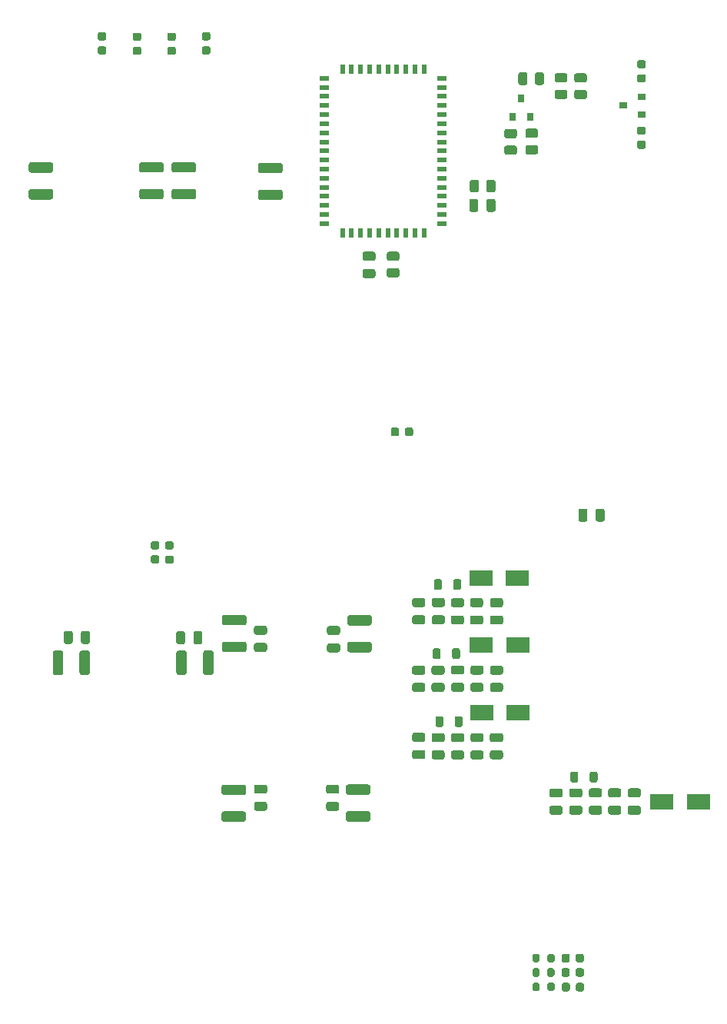
<source format=gbr>
G04 #@! TF.GenerationSoftware,KiCad,Pcbnew,5.1.9*
G04 #@! TF.CreationDate,2021-07-08T11:39:50+08:00*
G04 #@! TF.ProjectId,digital-amplifier2,64696769-7461-46c2-9d61-6d706c696669,rev?*
G04 #@! TF.SameCoordinates,Original*
G04 #@! TF.FileFunction,Paste,Bot*
G04 #@! TF.FilePolarity,Positive*
%FSLAX46Y46*%
G04 Gerber Fmt 4.6, Leading zero omitted, Abs format (unit mm)*
G04 Created by KiCad (PCBNEW 5.1.9) date 2021-07-08 11:39:50*
%MOMM*%
%LPD*%
G01*
G04 APERTURE LIST*
%ADD10R,0.900000X0.800000*%
%ADD11R,2.500000X1.800000*%
%ADD12R,1.000000X0.500000*%
%ADD13R,0.500000X1.000000*%
%ADD14R,0.800000X0.900000*%
G04 APERTURE END LIST*
D10*
X171994320Y-118536720D03*
X173994320Y-119486720D03*
X173994320Y-117586720D03*
G36*
G01*
X173709520Y-115082200D02*
X174209520Y-115082200D01*
G75*
G02*
X174434520Y-115307200I0J-225000D01*
G01*
X174434520Y-115757200D01*
G75*
G02*
X174209520Y-115982200I-225000J0D01*
G01*
X173709520Y-115982200D01*
G75*
G02*
X173484520Y-115757200I0J225000D01*
G01*
X173484520Y-115307200D01*
G75*
G02*
X173709520Y-115082200I225000J0D01*
G01*
G37*
G36*
G01*
X173709520Y-113532200D02*
X174209520Y-113532200D01*
G75*
G02*
X174434520Y-113757200I0J-225000D01*
G01*
X174434520Y-114207200D01*
G75*
G02*
X174209520Y-114432200I-225000J0D01*
G01*
X173709520Y-114432200D01*
G75*
G02*
X173484520Y-114207200I0J225000D01*
G01*
X173484520Y-113757200D01*
G75*
G02*
X173709520Y-113532200I225000J0D01*
G01*
G37*
G36*
G01*
X174209520Y-121747400D02*
X173709520Y-121747400D01*
G75*
G02*
X173484520Y-121522400I0J225000D01*
G01*
X173484520Y-121072400D01*
G75*
G02*
X173709520Y-120847400I225000J0D01*
G01*
X174209520Y-120847400D01*
G75*
G02*
X174434520Y-121072400I0J-225000D01*
G01*
X174434520Y-121522400D01*
G75*
G02*
X174209520Y-121747400I-225000J0D01*
G01*
G37*
G36*
G01*
X174209520Y-123297400D02*
X173709520Y-123297400D01*
G75*
G02*
X173484520Y-123072400I0J225000D01*
G01*
X173484520Y-122622400D01*
G75*
G02*
X173709520Y-122397400I225000J0D01*
G01*
X174209520Y-122397400D01*
G75*
G02*
X174434520Y-122622400I0J-225000D01*
G01*
X174434520Y-123072400D01*
G75*
G02*
X174209520Y-123297400I-225000J0D01*
G01*
G37*
D11*
X160318200Y-170586400D03*
X156318200Y-170586400D03*
G36*
G01*
X151851200Y-178521110D02*
X151851200Y-179283610D01*
G75*
G02*
X151632450Y-179502360I-218750J0D01*
G01*
X151194950Y-179502360D01*
G75*
G02*
X150976200Y-179283610I0J218750D01*
G01*
X150976200Y-178521110D01*
G75*
G02*
X151194950Y-178302360I218750J0D01*
G01*
X151632450Y-178302360D01*
G75*
G02*
X151851200Y-178521110I0J-218750D01*
G01*
G37*
G36*
G01*
X153976200Y-178521110D02*
X153976200Y-179283610D01*
G75*
G02*
X153757450Y-179502360I-218750J0D01*
G01*
X153319950Y-179502360D01*
G75*
G02*
X153101200Y-179283610I0J218750D01*
G01*
X153101200Y-178521110D01*
G75*
G02*
X153319950Y-178302360I218750J0D01*
G01*
X153757450Y-178302360D01*
G75*
G02*
X153976200Y-178521110I0J-218750D01*
G01*
G37*
G36*
G01*
X152145840Y-185993790D02*
X152145840Y-186756290D01*
G75*
G02*
X151927090Y-186975040I-218750J0D01*
G01*
X151489590Y-186975040D01*
G75*
G02*
X151270840Y-186756290I0J218750D01*
G01*
X151270840Y-185993790D01*
G75*
G02*
X151489590Y-185775040I218750J0D01*
G01*
X151927090Y-185775040D01*
G75*
G02*
X152145840Y-185993790I0J-218750D01*
G01*
G37*
G36*
G01*
X154270840Y-185993790D02*
X154270840Y-186756290D01*
G75*
G02*
X154052090Y-186975040I-218750J0D01*
G01*
X153614590Y-186975040D01*
G75*
G02*
X153395840Y-186756290I0J218750D01*
G01*
X153395840Y-185993790D01*
G75*
G02*
X153614590Y-185775040I218750J0D01*
G01*
X154052090Y-185775040D01*
G75*
G02*
X154270840Y-185993790I0J-218750D01*
G01*
G37*
X156328360Y-177947320D03*
X160328360Y-177947320D03*
X160389320Y-185420000D03*
X156389320Y-185420000D03*
G36*
G01*
X148943040Y-182120960D02*
X149893040Y-182120960D01*
G75*
G02*
X150143040Y-182370960I0J-250000D01*
G01*
X150143040Y-182870960D01*
G75*
G02*
X149893040Y-183120960I-250000J0D01*
G01*
X148943040Y-183120960D01*
G75*
G02*
X148693040Y-182870960I0J250000D01*
G01*
X148693040Y-182370960D01*
G75*
G02*
X148943040Y-182120960I250000J0D01*
G01*
G37*
G36*
G01*
X148943040Y-180220960D02*
X149893040Y-180220960D01*
G75*
G02*
X150143040Y-180470960I0J-250000D01*
G01*
X150143040Y-180970960D01*
G75*
G02*
X149893040Y-181220960I-250000J0D01*
G01*
X148943040Y-181220960D01*
G75*
G02*
X148693040Y-180970960I0J250000D01*
G01*
X148693040Y-180470960D01*
G75*
G02*
X148943040Y-180220960I250000J0D01*
G01*
G37*
G36*
G01*
X151089975Y-189544760D02*
X152039975Y-189544760D01*
G75*
G02*
X152289975Y-189794760I0J-250000D01*
G01*
X152289975Y-190294760D01*
G75*
G02*
X152039975Y-190544760I-250000J0D01*
G01*
X151089975Y-190544760D01*
G75*
G02*
X150839975Y-190294760I0J250000D01*
G01*
X150839975Y-189794760D01*
G75*
G02*
X151089975Y-189544760I250000J0D01*
G01*
G37*
G36*
G01*
X151089975Y-187644760D02*
X152039975Y-187644760D01*
G75*
G02*
X152289975Y-187894760I0J-250000D01*
G01*
X152289975Y-188394760D01*
G75*
G02*
X152039975Y-188644760I-250000J0D01*
G01*
X151089975Y-188644760D01*
G75*
G02*
X150839975Y-188394760I0J250000D01*
G01*
X150839975Y-187894760D01*
G75*
G02*
X151089975Y-187644760I250000J0D01*
G01*
G37*
G36*
G01*
X151080760Y-182109360D02*
X152030760Y-182109360D01*
G75*
G02*
X152280760Y-182359360I0J-250000D01*
G01*
X152280760Y-182859360D01*
G75*
G02*
X152030760Y-183109360I-250000J0D01*
G01*
X151080760Y-183109360D01*
G75*
G02*
X150830760Y-182859360I0J250000D01*
G01*
X150830760Y-182359360D01*
G75*
G02*
X151080760Y-182109360I250000J0D01*
G01*
G37*
G36*
G01*
X151080760Y-180209360D02*
X152030760Y-180209360D01*
G75*
G02*
X152280760Y-180459360I0J-250000D01*
G01*
X152280760Y-180959360D01*
G75*
G02*
X152030760Y-181209360I-250000J0D01*
G01*
X151080760Y-181209360D01*
G75*
G02*
X150830760Y-180959360I0J250000D01*
G01*
X150830760Y-180459360D01*
G75*
G02*
X151080760Y-180209360I250000J0D01*
G01*
G37*
G36*
G01*
X148948120Y-189507280D02*
X149898120Y-189507280D01*
G75*
G02*
X150148120Y-189757280I0J-250000D01*
G01*
X150148120Y-190257280D01*
G75*
G02*
X149898120Y-190507280I-250000J0D01*
G01*
X148948120Y-190507280D01*
G75*
G02*
X148698120Y-190257280I0J250000D01*
G01*
X148698120Y-189757280D01*
G75*
G02*
X148948120Y-189507280I250000J0D01*
G01*
G37*
G36*
G01*
X148948120Y-187607280D02*
X149898120Y-187607280D01*
G75*
G02*
X150148120Y-187857280I0J-250000D01*
G01*
X150148120Y-188357280D01*
G75*
G02*
X149898120Y-188607280I-250000J0D01*
G01*
X148948120Y-188607280D01*
G75*
G02*
X148698120Y-188357280I0J250000D01*
G01*
X148698120Y-187857280D01*
G75*
G02*
X148948120Y-187607280I250000J0D01*
G01*
G37*
G36*
G01*
X153240720Y-182095560D02*
X154190720Y-182095560D01*
G75*
G02*
X154440720Y-182345560I0J-250000D01*
G01*
X154440720Y-182845560D01*
G75*
G02*
X154190720Y-183095560I-250000J0D01*
G01*
X153240720Y-183095560D01*
G75*
G02*
X152990720Y-182845560I0J250000D01*
G01*
X152990720Y-182345560D01*
G75*
G02*
X153240720Y-182095560I250000J0D01*
G01*
G37*
G36*
G01*
X153240720Y-180195560D02*
X154190720Y-180195560D01*
G75*
G02*
X154440720Y-180445560I0J-250000D01*
G01*
X154440720Y-180945560D01*
G75*
G02*
X154190720Y-181195560I-250000J0D01*
G01*
X153240720Y-181195560D01*
G75*
G02*
X152990720Y-180945560I0J250000D01*
G01*
X152990720Y-180445560D01*
G75*
G02*
X153240720Y-180195560I250000J0D01*
G01*
G37*
G36*
G01*
X153231830Y-189542840D02*
X154181830Y-189542840D01*
G75*
G02*
X154431830Y-189792840I0J-250000D01*
G01*
X154431830Y-190292840D01*
G75*
G02*
X154181830Y-190542840I-250000J0D01*
G01*
X153231830Y-190542840D01*
G75*
G02*
X152981830Y-190292840I0J250000D01*
G01*
X152981830Y-189792840D01*
G75*
G02*
X153231830Y-189542840I250000J0D01*
G01*
G37*
G36*
G01*
X153231830Y-187642840D02*
X154181830Y-187642840D01*
G75*
G02*
X154431830Y-187892840I0J-250000D01*
G01*
X154431830Y-188392840D01*
G75*
G02*
X154181830Y-188642840I-250000J0D01*
G01*
X153231830Y-188642840D01*
G75*
G02*
X152981830Y-188392840I0J250000D01*
G01*
X152981830Y-187892840D01*
G75*
G02*
X153231830Y-187642840I250000J0D01*
G01*
G37*
G36*
G01*
X157520620Y-182108260D02*
X158470620Y-182108260D01*
G75*
G02*
X158720620Y-182358260I0J-250000D01*
G01*
X158720620Y-182858260D01*
G75*
G02*
X158470620Y-183108260I-250000J0D01*
G01*
X157520620Y-183108260D01*
G75*
G02*
X157270620Y-182858260I0J250000D01*
G01*
X157270620Y-182358260D01*
G75*
G02*
X157520620Y-182108260I250000J0D01*
G01*
G37*
G36*
G01*
X157520620Y-180208260D02*
X158470620Y-180208260D01*
G75*
G02*
X158720620Y-180458260I0J-250000D01*
G01*
X158720620Y-180958260D01*
G75*
G02*
X158470620Y-181208260I-250000J0D01*
G01*
X157520620Y-181208260D01*
G75*
G02*
X157270620Y-180958260I0J250000D01*
G01*
X157270620Y-180458260D01*
G75*
G02*
X157520620Y-180208260I250000J0D01*
G01*
G37*
G36*
G01*
X157515540Y-189542840D02*
X158465540Y-189542840D01*
G75*
G02*
X158715540Y-189792840I0J-250000D01*
G01*
X158715540Y-190292840D01*
G75*
G02*
X158465540Y-190542840I-250000J0D01*
G01*
X157515540Y-190542840D01*
G75*
G02*
X157265540Y-190292840I0J250000D01*
G01*
X157265540Y-189792840D01*
G75*
G02*
X157515540Y-189542840I250000J0D01*
G01*
G37*
G36*
G01*
X157515540Y-187642840D02*
X158465540Y-187642840D01*
G75*
G02*
X158715540Y-187892840I0J-250000D01*
G01*
X158715540Y-188392840D01*
G75*
G02*
X158465540Y-188642840I-250000J0D01*
G01*
X157515540Y-188642840D01*
G75*
G02*
X157265540Y-188392840I0J250000D01*
G01*
X157265540Y-187892840D01*
G75*
G02*
X157515540Y-187642840I250000J0D01*
G01*
G37*
G36*
G01*
X155361620Y-182108260D02*
X156311620Y-182108260D01*
G75*
G02*
X156561620Y-182358260I0J-250000D01*
G01*
X156561620Y-182858260D01*
G75*
G02*
X156311620Y-183108260I-250000J0D01*
G01*
X155361620Y-183108260D01*
G75*
G02*
X155111620Y-182858260I0J250000D01*
G01*
X155111620Y-182358260D01*
G75*
G02*
X155361620Y-182108260I250000J0D01*
G01*
G37*
G36*
G01*
X155361620Y-180208260D02*
X156311620Y-180208260D01*
G75*
G02*
X156561620Y-180458260I0J-250000D01*
G01*
X156561620Y-180958260D01*
G75*
G02*
X156311620Y-181208260I-250000J0D01*
G01*
X155361620Y-181208260D01*
G75*
G02*
X155111620Y-180958260I0J250000D01*
G01*
X155111620Y-180458260D01*
G75*
G02*
X155361620Y-180208260I250000J0D01*
G01*
G37*
G36*
G01*
X155373685Y-189542840D02*
X156323685Y-189542840D01*
G75*
G02*
X156573685Y-189792840I0J-250000D01*
G01*
X156573685Y-190292840D01*
G75*
G02*
X156323685Y-190542840I-250000J0D01*
G01*
X155373685Y-190542840D01*
G75*
G02*
X155123685Y-190292840I0J250000D01*
G01*
X155123685Y-189792840D01*
G75*
G02*
X155373685Y-189542840I250000J0D01*
G01*
G37*
G36*
G01*
X155373685Y-187642840D02*
X156323685Y-187642840D01*
G75*
G02*
X156573685Y-187892840I0J-250000D01*
G01*
X156573685Y-188392840D01*
G75*
G02*
X156323685Y-188642840I-250000J0D01*
G01*
X155373685Y-188642840D01*
G75*
G02*
X155123685Y-188392840I0J250000D01*
G01*
X155123685Y-187892840D01*
G75*
G02*
X155373685Y-187642840I250000J0D01*
G01*
G37*
G36*
G01*
X110255480Y-178798039D02*
X110255480Y-180998041D01*
G75*
G02*
X110005481Y-181248040I-249999J0D01*
G01*
X109355479Y-181248040D01*
G75*
G02*
X109105480Y-180998041I0J249999D01*
G01*
X109105480Y-178798039D01*
G75*
G02*
X109355479Y-178548040I249999J0D01*
G01*
X110005481Y-178548040D01*
G75*
G02*
X110255480Y-178798039I0J-249999D01*
G01*
G37*
G36*
G01*
X113205480Y-178798039D02*
X113205480Y-180998041D01*
G75*
G02*
X112955481Y-181248040I-249999J0D01*
G01*
X112305479Y-181248040D01*
G75*
G02*
X112055480Y-180998041I0J249999D01*
G01*
X112055480Y-178798039D01*
G75*
G02*
X112305479Y-178548040I249999J0D01*
G01*
X112955481Y-178548040D01*
G75*
G02*
X113205480Y-178798039I0J-249999D01*
G01*
G37*
G36*
G01*
X125674960Y-180998041D02*
X125674960Y-178798039D01*
G75*
G02*
X125924959Y-178548040I249999J0D01*
G01*
X126574961Y-178548040D01*
G75*
G02*
X126824960Y-178798039I0J-249999D01*
G01*
X126824960Y-180998041D01*
G75*
G02*
X126574961Y-181248040I-249999J0D01*
G01*
X125924959Y-181248040D01*
G75*
G02*
X125674960Y-180998041I0J249999D01*
G01*
G37*
G36*
G01*
X122724960Y-180998041D02*
X122724960Y-178798039D01*
G75*
G02*
X122974959Y-178548040I249999J0D01*
G01*
X123624961Y-178548040D01*
G75*
G02*
X123874960Y-178798039I0J-249999D01*
G01*
X123874960Y-180998041D01*
G75*
G02*
X123624961Y-181248040I-249999J0D01*
G01*
X122974959Y-181248040D01*
G75*
G02*
X122724960Y-180998041I0J249999D01*
G01*
G37*
G36*
G01*
X166720400Y-212682900D02*
X166720400Y-212182900D01*
G75*
G02*
X166945400Y-211957900I225000J0D01*
G01*
X167395400Y-211957900D01*
G75*
G02*
X167620400Y-212182900I0J-225000D01*
G01*
X167620400Y-212682900D01*
G75*
G02*
X167395400Y-212907900I-225000J0D01*
G01*
X166945400Y-212907900D01*
G75*
G02*
X166720400Y-212682900I0J225000D01*
G01*
G37*
G36*
G01*
X165170400Y-212682900D02*
X165170400Y-212182900D01*
G75*
G02*
X165395400Y-211957900I225000J0D01*
G01*
X165845400Y-211957900D01*
G75*
G02*
X166070400Y-212182900I0J-225000D01*
G01*
X166070400Y-212682900D01*
G75*
G02*
X165845400Y-212907900I-225000J0D01*
G01*
X165395400Y-212907900D01*
G75*
G02*
X165170400Y-212682900I0J225000D01*
G01*
G37*
G36*
G01*
X166733100Y-215870600D02*
X166733100Y-215370600D01*
G75*
G02*
X166958100Y-215145600I225000J0D01*
G01*
X167408100Y-215145600D01*
G75*
G02*
X167633100Y-215370600I0J-225000D01*
G01*
X167633100Y-215870600D01*
G75*
G02*
X167408100Y-216095600I-225000J0D01*
G01*
X166958100Y-216095600D01*
G75*
G02*
X166733100Y-215870600I0J225000D01*
G01*
G37*
G36*
G01*
X165183100Y-215870600D02*
X165183100Y-215370600D01*
G75*
G02*
X165408100Y-215145600I225000J0D01*
G01*
X165858100Y-215145600D01*
G75*
G02*
X166083100Y-215370600I0J-225000D01*
G01*
X166083100Y-215870600D01*
G75*
G02*
X165858100Y-216095600I-225000J0D01*
G01*
X165408100Y-216095600D01*
G75*
G02*
X165183100Y-215870600I0J225000D01*
G01*
G37*
G36*
G01*
X166720400Y-214257700D02*
X166720400Y-213757700D01*
G75*
G02*
X166945400Y-213532700I225000J0D01*
G01*
X167395400Y-213532700D01*
G75*
G02*
X167620400Y-213757700I0J-225000D01*
G01*
X167620400Y-214257700D01*
G75*
G02*
X167395400Y-214482700I-225000J0D01*
G01*
X166945400Y-214482700D01*
G75*
G02*
X166720400Y-214257700I0J225000D01*
G01*
G37*
G36*
G01*
X165170400Y-214257700D02*
X165170400Y-213757700D01*
G75*
G02*
X165395400Y-213532700I225000J0D01*
G01*
X165845400Y-213532700D01*
G75*
G02*
X166070400Y-213757700I0J-225000D01*
G01*
X166070400Y-214257700D01*
G75*
G02*
X165845400Y-214482700I-225000J0D01*
G01*
X165395400Y-214482700D01*
G75*
G02*
X165170400Y-214257700I0J225000D01*
G01*
G37*
G36*
G01*
X163594600Y-212695200D02*
X163594600Y-212145200D01*
G75*
G02*
X163794600Y-211945200I200000J0D01*
G01*
X164194600Y-211945200D01*
G75*
G02*
X164394600Y-212145200I0J-200000D01*
G01*
X164394600Y-212695200D01*
G75*
G02*
X164194600Y-212895200I-200000J0D01*
G01*
X163794600Y-212895200D01*
G75*
G02*
X163594600Y-212695200I0J200000D01*
G01*
G37*
G36*
G01*
X161944600Y-212695200D02*
X161944600Y-212145200D01*
G75*
G02*
X162144600Y-211945200I200000J0D01*
G01*
X162544600Y-211945200D01*
G75*
G02*
X162744600Y-212145200I0J-200000D01*
G01*
X162744600Y-212695200D01*
G75*
G02*
X162544600Y-212895200I-200000J0D01*
G01*
X162144600Y-212895200D01*
G75*
G02*
X161944600Y-212695200I0J200000D01*
G01*
G37*
G36*
G01*
X163607300Y-215882900D02*
X163607300Y-215332900D01*
G75*
G02*
X163807300Y-215132900I200000J0D01*
G01*
X164207300Y-215132900D01*
G75*
G02*
X164407300Y-215332900I0J-200000D01*
G01*
X164407300Y-215882900D01*
G75*
G02*
X164207300Y-216082900I-200000J0D01*
G01*
X163807300Y-216082900D01*
G75*
G02*
X163607300Y-215882900I0J200000D01*
G01*
G37*
G36*
G01*
X161957300Y-215882900D02*
X161957300Y-215332900D01*
G75*
G02*
X162157300Y-215132900I200000J0D01*
G01*
X162557300Y-215132900D01*
G75*
G02*
X162757300Y-215332900I0J-200000D01*
G01*
X162757300Y-215882900D01*
G75*
G02*
X162557300Y-216082900I-200000J0D01*
G01*
X162157300Y-216082900D01*
G75*
G02*
X161957300Y-215882900I0J200000D01*
G01*
G37*
G36*
G01*
X163594600Y-214282700D02*
X163594600Y-213732700D01*
G75*
G02*
X163794600Y-213532700I200000J0D01*
G01*
X164194600Y-213532700D01*
G75*
G02*
X164394600Y-213732700I0J-200000D01*
G01*
X164394600Y-214282700D01*
G75*
G02*
X164194600Y-214482700I-200000J0D01*
G01*
X163794600Y-214482700D01*
G75*
G02*
X163594600Y-214282700I0J200000D01*
G01*
G37*
G36*
G01*
X161944600Y-214282700D02*
X161944600Y-213732700D01*
G75*
G02*
X162144600Y-213532700I200000J0D01*
G01*
X162544600Y-213532700D01*
G75*
G02*
X162744600Y-213732700I0J-200000D01*
G01*
X162744600Y-214282700D01*
G75*
G02*
X162544600Y-214482700I-200000J0D01*
G01*
X162144600Y-214482700D01*
G75*
G02*
X161944600Y-214282700I0J200000D01*
G01*
G37*
G36*
G01*
X168015500Y-163164500D02*
X168015500Y-164114500D01*
G75*
G02*
X167765500Y-164364500I-250000J0D01*
G01*
X167265500Y-164364500D01*
G75*
G02*
X167015500Y-164114500I0J250000D01*
G01*
X167015500Y-163164500D01*
G75*
G02*
X167265500Y-162914500I250000J0D01*
G01*
X167765500Y-162914500D01*
G75*
G02*
X168015500Y-163164500I0J-250000D01*
G01*
G37*
G36*
G01*
X169915500Y-163164500D02*
X169915500Y-164114500D01*
G75*
G02*
X169665500Y-164364500I-250000J0D01*
G01*
X169165500Y-164364500D01*
G75*
G02*
X168915500Y-164114500I0J250000D01*
G01*
X168915500Y-163164500D01*
G75*
G02*
X169165500Y-162914500I250000J0D01*
G01*
X169665500Y-162914500D01*
G75*
G02*
X169915500Y-163164500I0J-250000D01*
G01*
G37*
G36*
G01*
X167709002Y-115995500D02*
X166808998Y-115995500D01*
G75*
G02*
X166559000Y-115745502I0J249998D01*
G01*
X166559000Y-115220498D01*
G75*
G02*
X166808998Y-114970500I249998J0D01*
G01*
X167709002Y-114970500D01*
G75*
G02*
X167959000Y-115220498I0J-249998D01*
G01*
X167959000Y-115745502D01*
G75*
G02*
X167709002Y-115995500I-249998J0D01*
G01*
G37*
G36*
G01*
X167709002Y-117820500D02*
X166808998Y-117820500D01*
G75*
G02*
X166559000Y-117570502I0J249998D01*
G01*
X166559000Y-117045498D01*
G75*
G02*
X166808998Y-116795500I249998J0D01*
G01*
X167709002Y-116795500D01*
G75*
G02*
X167959000Y-117045498I0J-249998D01*
G01*
X167959000Y-117570502D01*
G75*
G02*
X167709002Y-117820500I-249998J0D01*
G01*
G37*
G36*
G01*
X147909160Y-154717560D02*
X147909160Y-154217560D01*
G75*
G02*
X148134160Y-153992560I225000J0D01*
G01*
X148584160Y-153992560D01*
G75*
G02*
X148809160Y-154217560I0J-225000D01*
G01*
X148809160Y-154717560D01*
G75*
G02*
X148584160Y-154942560I-225000J0D01*
G01*
X148134160Y-154942560D01*
G75*
G02*
X147909160Y-154717560I0J225000D01*
G01*
G37*
G36*
G01*
X146359160Y-154717560D02*
X146359160Y-154217560D01*
G75*
G02*
X146584160Y-153992560I225000J0D01*
G01*
X147034160Y-153992560D01*
G75*
G02*
X147259160Y-154217560I0J-225000D01*
G01*
X147259160Y-154717560D01*
G75*
G02*
X147034160Y-154942560I-225000J0D01*
G01*
X146584160Y-154942560D01*
G75*
G02*
X146359160Y-154717560I0J225000D01*
G01*
G37*
G36*
G01*
X126259400Y-111358800D02*
X125759400Y-111358800D01*
G75*
G02*
X125534400Y-111133800I0J225000D01*
G01*
X125534400Y-110683800D01*
G75*
G02*
X125759400Y-110458800I225000J0D01*
G01*
X126259400Y-110458800D01*
G75*
G02*
X126484400Y-110683800I0J-225000D01*
G01*
X126484400Y-111133800D01*
G75*
G02*
X126259400Y-111358800I-225000J0D01*
G01*
G37*
G36*
G01*
X126259400Y-112908800D02*
X125759400Y-112908800D01*
G75*
G02*
X125534400Y-112683800I0J225000D01*
G01*
X125534400Y-112233800D01*
G75*
G02*
X125759400Y-112008800I225000J0D01*
G01*
X126259400Y-112008800D01*
G75*
G02*
X126484400Y-112233800I0J-225000D01*
G01*
X126484400Y-112683800D01*
G75*
G02*
X126259400Y-112908800I-225000J0D01*
G01*
G37*
G36*
G01*
X118639400Y-111409600D02*
X118139400Y-111409600D01*
G75*
G02*
X117914400Y-111184600I0J225000D01*
G01*
X117914400Y-110734600D01*
G75*
G02*
X118139400Y-110509600I225000J0D01*
G01*
X118639400Y-110509600D01*
G75*
G02*
X118864400Y-110734600I0J-225000D01*
G01*
X118864400Y-111184600D01*
G75*
G02*
X118639400Y-111409600I-225000J0D01*
G01*
G37*
G36*
G01*
X118639400Y-112959600D02*
X118139400Y-112959600D01*
G75*
G02*
X117914400Y-112734600I0J225000D01*
G01*
X117914400Y-112284600D01*
G75*
G02*
X118139400Y-112059600I225000J0D01*
G01*
X118639400Y-112059600D01*
G75*
G02*
X118864400Y-112284600I0J-225000D01*
G01*
X118864400Y-112734600D01*
G75*
G02*
X118639400Y-112959600I-225000J0D01*
G01*
G37*
G36*
G01*
X122449400Y-111409600D02*
X121949400Y-111409600D01*
G75*
G02*
X121724400Y-111184600I0J225000D01*
G01*
X121724400Y-110734600D01*
G75*
G02*
X121949400Y-110509600I225000J0D01*
G01*
X122449400Y-110509600D01*
G75*
G02*
X122674400Y-110734600I0J-225000D01*
G01*
X122674400Y-111184600D01*
G75*
G02*
X122449400Y-111409600I-225000J0D01*
G01*
G37*
G36*
G01*
X122449400Y-112959600D02*
X121949400Y-112959600D01*
G75*
G02*
X121724400Y-112734600I0J225000D01*
G01*
X121724400Y-112284600D01*
G75*
G02*
X121949400Y-112059600I225000J0D01*
G01*
X122449400Y-112059600D01*
G75*
G02*
X122674400Y-112284600I0J-225000D01*
G01*
X122674400Y-112734600D01*
G75*
G02*
X122449400Y-112959600I-225000J0D01*
G01*
G37*
G36*
G01*
X114778600Y-111358800D02*
X114278600Y-111358800D01*
G75*
G02*
X114053600Y-111133800I0J225000D01*
G01*
X114053600Y-110683800D01*
G75*
G02*
X114278600Y-110458800I225000J0D01*
G01*
X114778600Y-110458800D01*
G75*
G02*
X115003600Y-110683800I0J-225000D01*
G01*
X115003600Y-111133800D01*
G75*
G02*
X114778600Y-111358800I-225000J0D01*
G01*
G37*
G36*
G01*
X114778600Y-112908800D02*
X114278600Y-112908800D01*
G75*
G02*
X114053600Y-112683800I0J225000D01*
G01*
X114053600Y-112233800D01*
G75*
G02*
X114278600Y-112008800I225000J0D01*
G01*
X114778600Y-112008800D01*
G75*
G02*
X115003600Y-112233800I0J-225000D01*
G01*
X115003600Y-112683800D01*
G75*
G02*
X114778600Y-112908800I-225000J0D01*
G01*
G37*
G36*
G01*
X124635441Y-125912040D02*
X122435439Y-125912040D01*
G75*
G02*
X122185440Y-125662041I0J249999D01*
G01*
X122185440Y-125012039D01*
G75*
G02*
X122435439Y-124762040I249999J0D01*
G01*
X124635441Y-124762040D01*
G75*
G02*
X124885440Y-125012039I0J-249999D01*
G01*
X124885440Y-125662041D01*
G75*
G02*
X124635441Y-125912040I-249999J0D01*
G01*
G37*
G36*
G01*
X124635441Y-128862040D02*
X122435439Y-128862040D01*
G75*
G02*
X122185440Y-128612041I0J249999D01*
G01*
X122185440Y-127962039D01*
G75*
G02*
X122435439Y-127712040I249999J0D01*
G01*
X124635441Y-127712040D01*
G75*
G02*
X124885440Y-127962039I0J-249999D01*
G01*
X124885440Y-128612041D01*
G75*
G02*
X124635441Y-128862040I-249999J0D01*
G01*
G37*
G36*
G01*
X108902681Y-125927280D02*
X106702679Y-125927280D01*
G75*
G02*
X106452680Y-125677281I0J249999D01*
G01*
X106452680Y-125027279D01*
G75*
G02*
X106702679Y-124777280I249999J0D01*
G01*
X108902681Y-124777280D01*
G75*
G02*
X109152680Y-125027279I0J-249999D01*
G01*
X109152680Y-125677281D01*
G75*
G02*
X108902681Y-125927280I-249999J0D01*
G01*
G37*
G36*
G01*
X108902681Y-128877280D02*
X106702679Y-128877280D01*
G75*
G02*
X106452680Y-128627281I0J249999D01*
G01*
X106452680Y-127977279D01*
G75*
G02*
X106702679Y-127727280I249999J0D01*
G01*
X108902681Y-127727280D01*
G75*
G02*
X109152680Y-127977279I0J-249999D01*
G01*
X109152680Y-128627281D01*
G75*
G02*
X108902681Y-128877280I-249999J0D01*
G01*
G37*
G36*
G01*
X121074361Y-125912040D02*
X118874359Y-125912040D01*
G75*
G02*
X118624360Y-125662041I0J249999D01*
G01*
X118624360Y-125012039D01*
G75*
G02*
X118874359Y-124762040I249999J0D01*
G01*
X121074361Y-124762040D01*
G75*
G02*
X121324360Y-125012039I0J-249999D01*
G01*
X121324360Y-125662041D01*
G75*
G02*
X121074361Y-125912040I-249999J0D01*
G01*
G37*
G36*
G01*
X121074361Y-128862040D02*
X118874359Y-128862040D01*
G75*
G02*
X118624360Y-128612041I0J249999D01*
G01*
X118624360Y-127962039D01*
G75*
G02*
X118874359Y-127712040I249999J0D01*
G01*
X121074361Y-127712040D01*
G75*
G02*
X121324360Y-127962039I0J-249999D01*
G01*
X121324360Y-128612041D01*
G75*
G02*
X121074361Y-128862040I-249999J0D01*
G01*
G37*
G36*
G01*
X134170601Y-125990040D02*
X131970599Y-125990040D01*
G75*
G02*
X131720600Y-125740041I0J249999D01*
G01*
X131720600Y-125090039D01*
G75*
G02*
X131970599Y-124840040I249999J0D01*
G01*
X134170601Y-124840040D01*
G75*
G02*
X134420600Y-125090039I0J-249999D01*
G01*
X134420600Y-125740041D01*
G75*
G02*
X134170601Y-125990040I-249999J0D01*
G01*
G37*
G36*
G01*
X134170601Y-128940040D02*
X131970599Y-128940040D01*
G75*
G02*
X131720600Y-128690041I0J249999D01*
G01*
X131720600Y-128040039D01*
G75*
G02*
X131970599Y-127790040I249999J0D01*
G01*
X134170601Y-127790040D01*
G75*
G02*
X134420600Y-128040039I0J-249999D01*
G01*
X134420600Y-128690041D01*
G75*
G02*
X134170601Y-128940040I-249999J0D01*
G01*
G37*
G36*
G01*
X120120600Y-168066600D02*
X120620600Y-168066600D01*
G75*
G02*
X120845600Y-168291600I0J-225000D01*
G01*
X120845600Y-168741600D01*
G75*
G02*
X120620600Y-168966600I-225000J0D01*
G01*
X120120600Y-168966600D01*
G75*
G02*
X119895600Y-168741600I0J225000D01*
G01*
X119895600Y-168291600D01*
G75*
G02*
X120120600Y-168066600I225000J0D01*
G01*
G37*
G36*
G01*
X120120600Y-166516600D02*
X120620600Y-166516600D01*
G75*
G02*
X120845600Y-166741600I0J-225000D01*
G01*
X120845600Y-167191600D01*
G75*
G02*
X120620600Y-167416600I-225000J0D01*
G01*
X120120600Y-167416600D01*
G75*
G02*
X119895600Y-167191600I0J225000D01*
G01*
X119895600Y-166741600D01*
G75*
G02*
X120120600Y-166516600I225000J0D01*
G01*
G37*
G36*
G01*
X121708100Y-168079300D02*
X122208100Y-168079300D01*
G75*
G02*
X122433100Y-168304300I0J-225000D01*
G01*
X122433100Y-168754300D01*
G75*
G02*
X122208100Y-168979300I-225000J0D01*
G01*
X121708100Y-168979300D01*
G75*
G02*
X121483100Y-168754300I0J225000D01*
G01*
X121483100Y-168304300D01*
G75*
G02*
X121708100Y-168079300I225000J0D01*
G01*
G37*
G36*
G01*
X121708100Y-166529300D02*
X122208100Y-166529300D01*
G75*
G02*
X122433100Y-166754300I0J-225000D01*
G01*
X122433100Y-167204300D01*
G75*
G02*
X122208100Y-167429300I-225000J0D01*
G01*
X121708100Y-167429300D01*
G75*
G02*
X121483100Y-167204300I0J225000D01*
G01*
X121483100Y-166754300D01*
G75*
G02*
X121708100Y-166529300I225000J0D01*
G01*
G37*
D12*
X152019000Y-115528600D03*
X152019000Y-116528600D03*
X152019000Y-117528600D03*
X152019000Y-118528600D03*
X152019000Y-119528600D03*
X152019000Y-120528600D03*
X152019000Y-121528600D03*
X152019000Y-122528600D03*
X152019000Y-123528600D03*
X152019000Y-124528600D03*
X152019000Y-125528600D03*
X152019000Y-126528600D03*
X152019000Y-127528600D03*
X152019000Y-128528600D03*
X152019000Y-129528600D03*
X152019000Y-130528600D03*
X152019000Y-131528600D03*
D13*
X150019000Y-132528600D03*
X149019000Y-132528600D03*
X148019000Y-132528600D03*
X147019000Y-132528600D03*
X146019000Y-132528600D03*
X145019000Y-132528600D03*
X144019000Y-132528600D03*
X143019000Y-132528600D03*
X142019000Y-132528600D03*
X141019000Y-132528600D03*
X141019000Y-114528600D03*
X148019000Y-114528600D03*
X145019000Y-114528600D03*
X147019000Y-114528600D03*
X142019000Y-114528600D03*
X146019000Y-114528600D03*
X149019000Y-114528600D03*
X144019000Y-114528600D03*
X143019000Y-114528600D03*
X150019000Y-114528600D03*
D12*
X139019000Y-126528600D03*
X139019000Y-130528600D03*
X139019000Y-118528600D03*
X139019000Y-119528600D03*
X139019000Y-116528600D03*
X139019000Y-121528600D03*
X139019000Y-125528600D03*
X139019000Y-128528600D03*
X139019000Y-117528600D03*
X139019000Y-129528600D03*
X139019000Y-120528600D03*
X139019000Y-122528600D03*
X139019000Y-115528600D03*
X139019000Y-123528600D03*
X139019000Y-124528600D03*
X139019000Y-131528600D03*
X139019000Y-127528600D03*
G36*
G01*
X162324202Y-122099120D02*
X161424198Y-122099120D01*
G75*
G02*
X161174200Y-121849122I0J249998D01*
G01*
X161174200Y-121324118D01*
G75*
G02*
X161424198Y-121074120I249998J0D01*
G01*
X162324202Y-121074120D01*
G75*
G02*
X162574200Y-121324118I0J-249998D01*
G01*
X162574200Y-121849122D01*
G75*
G02*
X162324202Y-122099120I-249998J0D01*
G01*
G37*
G36*
G01*
X162324202Y-123924120D02*
X161424198Y-123924120D01*
G75*
G02*
X161174200Y-123674122I0J249998D01*
G01*
X161174200Y-123149118D01*
G75*
G02*
X161424198Y-122899120I249998J0D01*
G01*
X162324202Y-122899120D01*
G75*
G02*
X162574200Y-123149118I0J-249998D01*
G01*
X162574200Y-123674122D01*
G75*
G02*
X162324202Y-123924120I-249998J0D01*
G01*
G37*
G36*
G01*
X159102638Y-122929600D02*
X160002642Y-122929600D01*
G75*
G02*
X160252640Y-123179598I0J-249998D01*
G01*
X160252640Y-123704602D01*
G75*
G02*
X160002642Y-123954600I-249998J0D01*
G01*
X159102638Y-123954600D01*
G75*
G02*
X158852640Y-123704602I0J249998D01*
G01*
X158852640Y-123179598D01*
G75*
G02*
X159102638Y-122929600I249998J0D01*
G01*
G37*
G36*
G01*
X159102638Y-121104600D02*
X160002642Y-121104600D01*
G75*
G02*
X160252640Y-121354598I0J-249998D01*
G01*
X160252640Y-121879602D01*
G75*
G02*
X160002642Y-122129600I-249998J0D01*
G01*
X159102638Y-122129600D01*
G75*
G02*
X158852640Y-121879602I0J249998D01*
G01*
X158852640Y-121354598D01*
G75*
G02*
X159102638Y-121104600I249998J0D01*
G01*
G37*
G36*
G01*
X165555082Y-115980260D02*
X164655078Y-115980260D01*
G75*
G02*
X164405080Y-115730262I0J249998D01*
G01*
X164405080Y-115205258D01*
G75*
G02*
X164655078Y-114955260I249998J0D01*
G01*
X165555082Y-114955260D01*
G75*
G02*
X165805080Y-115205258I0J-249998D01*
G01*
X165805080Y-115730262D01*
G75*
G02*
X165555082Y-115980260I-249998J0D01*
G01*
G37*
G36*
G01*
X165555082Y-117805260D02*
X164655078Y-117805260D01*
G75*
G02*
X164405080Y-117555262I0J249998D01*
G01*
X164405080Y-117030258D01*
G75*
G02*
X164655078Y-116780260I249998J0D01*
G01*
X165555082Y-116780260D01*
G75*
G02*
X165805080Y-117030258I0J-249998D01*
G01*
X165805080Y-117555262D01*
G75*
G02*
X165555082Y-117805260I-249998J0D01*
G01*
G37*
G36*
G01*
X162215780Y-116014922D02*
X162215780Y-115114918D01*
G75*
G02*
X162465778Y-114864920I249998J0D01*
G01*
X162990782Y-114864920D01*
G75*
G02*
X163240780Y-115114918I0J-249998D01*
G01*
X163240780Y-116014922D01*
G75*
G02*
X162990782Y-116264920I-249998J0D01*
G01*
X162465778Y-116264920D01*
G75*
G02*
X162215780Y-116014922I0J249998D01*
G01*
G37*
G36*
G01*
X160390780Y-116014922D02*
X160390780Y-115114918D01*
G75*
G02*
X160640778Y-114864920I249998J0D01*
G01*
X161165782Y-114864920D01*
G75*
G02*
X161415780Y-115114918I0J-249998D01*
G01*
X161415780Y-116014922D01*
G75*
G02*
X161165782Y-116264920I-249998J0D01*
G01*
X160640778Y-116264920D01*
G75*
G02*
X160390780Y-116014922I0J249998D01*
G01*
G37*
G36*
G01*
X146153718Y-134612320D02*
X147053722Y-134612320D01*
G75*
G02*
X147303720Y-134862318I0J-249998D01*
G01*
X147303720Y-135387322D01*
G75*
G02*
X147053722Y-135637320I-249998J0D01*
G01*
X146153718Y-135637320D01*
G75*
G02*
X145903720Y-135387322I0J249998D01*
G01*
X145903720Y-134862318D01*
G75*
G02*
X146153718Y-134612320I249998J0D01*
G01*
G37*
G36*
G01*
X146153718Y-136437320D02*
X147053722Y-136437320D01*
G75*
G02*
X147303720Y-136687318I0J-249998D01*
G01*
X147303720Y-137212322D01*
G75*
G02*
X147053722Y-137462320I-249998J0D01*
G01*
X146153718Y-137462320D01*
G75*
G02*
X145903720Y-137212322I0J249998D01*
G01*
X145903720Y-136687318D01*
G75*
G02*
X146153718Y-136437320I249998J0D01*
G01*
G37*
G36*
G01*
X156864000Y-127856402D02*
X156864000Y-126956398D01*
G75*
G02*
X157113998Y-126706400I249998J0D01*
G01*
X157639002Y-126706400D01*
G75*
G02*
X157889000Y-126956398I0J-249998D01*
G01*
X157889000Y-127856402D01*
G75*
G02*
X157639002Y-128106400I-249998J0D01*
G01*
X157113998Y-128106400D01*
G75*
G02*
X156864000Y-127856402I0J249998D01*
G01*
G37*
G36*
G01*
X155039000Y-127856402D02*
X155039000Y-126956398D01*
G75*
G02*
X155288998Y-126706400I249998J0D01*
G01*
X155814002Y-126706400D01*
G75*
G02*
X156064000Y-126956398I0J-249998D01*
G01*
X156064000Y-127856402D01*
G75*
G02*
X155814002Y-128106400I-249998J0D01*
G01*
X155288998Y-128106400D01*
G75*
G02*
X155039000Y-127856402I0J249998D01*
G01*
G37*
D14*
X160728660Y-117767860D03*
X159778660Y-119767860D03*
X161678660Y-119767860D03*
G36*
G01*
X151978200Y-170896030D02*
X151978200Y-171658530D01*
G75*
G02*
X151759450Y-171877280I-218750J0D01*
G01*
X151321950Y-171877280D01*
G75*
G02*
X151103200Y-171658530I0J218750D01*
G01*
X151103200Y-170896030D01*
G75*
G02*
X151321950Y-170677280I218750J0D01*
G01*
X151759450Y-170677280D01*
G75*
G02*
X151978200Y-170896030I0J-218750D01*
G01*
G37*
G36*
G01*
X154103200Y-170896030D02*
X154103200Y-171658530D01*
G75*
G02*
X153884450Y-171877280I-218750J0D01*
G01*
X153446950Y-171877280D01*
G75*
G02*
X153228200Y-171658530I0J218750D01*
G01*
X153228200Y-170896030D01*
G75*
G02*
X153446950Y-170677280I218750J0D01*
G01*
X153884450Y-170677280D01*
G75*
G02*
X154103200Y-170896030I0J-218750D01*
G01*
G37*
G36*
G01*
X167004840Y-192105030D02*
X167004840Y-192867530D01*
G75*
G02*
X166786090Y-193086280I-218750J0D01*
G01*
X166348590Y-193086280D01*
G75*
G02*
X166129840Y-192867530I0J218750D01*
G01*
X166129840Y-192105030D01*
G75*
G02*
X166348590Y-191886280I218750J0D01*
G01*
X166786090Y-191886280D01*
G75*
G02*
X167004840Y-192105030I0J-218750D01*
G01*
G37*
G36*
G01*
X169129840Y-192105030D02*
X169129840Y-192867530D01*
G75*
G02*
X168911090Y-193086280I-218750J0D01*
G01*
X168473590Y-193086280D01*
G75*
G02*
X168254840Y-192867530I0J218750D01*
G01*
X168254840Y-192105030D01*
G75*
G02*
X168473590Y-191886280I218750J0D01*
G01*
X168911090Y-191886280D01*
G75*
G02*
X169129840Y-192105030I0J-218750D01*
G01*
G37*
D11*
X176216560Y-195232020D03*
X180216560Y-195232020D03*
G36*
G01*
X151112200Y-174663520D02*
X152062200Y-174663520D01*
G75*
G02*
X152312200Y-174913520I0J-250000D01*
G01*
X152312200Y-175413520D01*
G75*
G02*
X152062200Y-175663520I-250000J0D01*
G01*
X151112200Y-175663520D01*
G75*
G02*
X150862200Y-175413520I0J250000D01*
G01*
X150862200Y-174913520D01*
G75*
G02*
X151112200Y-174663520I250000J0D01*
G01*
G37*
G36*
G01*
X151112200Y-172763520D02*
X152062200Y-172763520D01*
G75*
G02*
X152312200Y-173013520I0J-250000D01*
G01*
X152312200Y-173513520D01*
G75*
G02*
X152062200Y-173763520I-250000J0D01*
G01*
X151112200Y-173763520D01*
G75*
G02*
X150862200Y-173513520I0J250000D01*
G01*
X150862200Y-173013520D01*
G75*
G02*
X151112200Y-172763520I250000J0D01*
G01*
G37*
G36*
G01*
X166250600Y-195633760D02*
X167200600Y-195633760D01*
G75*
G02*
X167450600Y-195883760I0J-250000D01*
G01*
X167450600Y-196383760D01*
G75*
G02*
X167200600Y-196633760I-250000J0D01*
G01*
X166250600Y-196633760D01*
G75*
G02*
X166000600Y-196383760I0J250000D01*
G01*
X166000600Y-195883760D01*
G75*
G02*
X166250600Y-195633760I250000J0D01*
G01*
G37*
G36*
G01*
X166250600Y-193733760D02*
X167200600Y-193733760D01*
G75*
G02*
X167450600Y-193983760I0J-250000D01*
G01*
X167450600Y-194483760D01*
G75*
G02*
X167200600Y-194733760I-250000J0D01*
G01*
X166250600Y-194733760D01*
G75*
G02*
X166000600Y-194483760I0J250000D01*
G01*
X166000600Y-193983760D01*
G75*
G02*
X166250600Y-193733760I250000J0D01*
G01*
G37*
G36*
G01*
X148953200Y-174668600D02*
X149903200Y-174668600D01*
G75*
G02*
X150153200Y-174918600I0J-250000D01*
G01*
X150153200Y-175418600D01*
G75*
G02*
X149903200Y-175668600I-250000J0D01*
G01*
X148953200Y-175668600D01*
G75*
G02*
X148703200Y-175418600I0J250000D01*
G01*
X148703200Y-174918600D01*
G75*
G02*
X148953200Y-174668600I250000J0D01*
G01*
G37*
G36*
G01*
X148953200Y-172768600D02*
X149903200Y-172768600D01*
G75*
G02*
X150153200Y-173018600I0J-250000D01*
G01*
X150153200Y-173518600D01*
G75*
G02*
X149903200Y-173768600I-250000J0D01*
G01*
X148953200Y-173768600D01*
G75*
G02*
X148703200Y-173518600I0J250000D01*
G01*
X148703200Y-173018600D01*
G75*
G02*
X148953200Y-172768600I250000J0D01*
G01*
G37*
G36*
G01*
X164071280Y-195638840D02*
X165021280Y-195638840D01*
G75*
G02*
X165271280Y-195888840I0J-250000D01*
G01*
X165271280Y-196388840D01*
G75*
G02*
X165021280Y-196638840I-250000J0D01*
G01*
X164071280Y-196638840D01*
G75*
G02*
X163821280Y-196388840I0J250000D01*
G01*
X163821280Y-195888840D01*
G75*
G02*
X164071280Y-195638840I250000J0D01*
G01*
G37*
G36*
G01*
X164071280Y-193738840D02*
X165021280Y-193738840D01*
G75*
G02*
X165271280Y-193988840I0J-250000D01*
G01*
X165271280Y-194488840D01*
G75*
G02*
X165021280Y-194738840I-250000J0D01*
G01*
X164071280Y-194738840D01*
G75*
G02*
X163821280Y-194488840I0J250000D01*
G01*
X163821280Y-193988840D01*
G75*
G02*
X164071280Y-193738840I250000J0D01*
G01*
G37*
G36*
G01*
X153215320Y-174683840D02*
X154165320Y-174683840D01*
G75*
G02*
X154415320Y-174933840I0J-250000D01*
G01*
X154415320Y-175433840D01*
G75*
G02*
X154165320Y-175683840I-250000J0D01*
G01*
X153215320Y-175683840D01*
G75*
G02*
X152965320Y-175433840I0J250000D01*
G01*
X152965320Y-174933840D01*
G75*
G02*
X153215320Y-174683840I250000J0D01*
G01*
G37*
G36*
G01*
X153215320Y-172783840D02*
X154165320Y-172783840D01*
G75*
G02*
X154415320Y-173033840I0J-250000D01*
G01*
X154415320Y-173533840D01*
G75*
G02*
X154165320Y-173783840I-250000J0D01*
G01*
X153215320Y-173783840D01*
G75*
G02*
X152965320Y-173533840I0J250000D01*
G01*
X152965320Y-173033840D01*
G75*
G02*
X153215320Y-172783840I250000J0D01*
G01*
G37*
G36*
G01*
X168419760Y-195631220D02*
X169369760Y-195631220D01*
G75*
G02*
X169619760Y-195881220I0J-250000D01*
G01*
X169619760Y-196381220D01*
G75*
G02*
X169369760Y-196631220I-250000J0D01*
G01*
X168419760Y-196631220D01*
G75*
G02*
X168169760Y-196381220I0J250000D01*
G01*
X168169760Y-195881220D01*
G75*
G02*
X168419760Y-195631220I250000J0D01*
G01*
G37*
G36*
G01*
X168419760Y-193731220D02*
X169369760Y-193731220D01*
G75*
G02*
X169619760Y-193981220I0J-250000D01*
G01*
X169619760Y-194481220D01*
G75*
G02*
X169369760Y-194731220I-250000J0D01*
G01*
X168419760Y-194731220D01*
G75*
G02*
X168169760Y-194481220I0J250000D01*
G01*
X168169760Y-193981220D01*
G75*
G02*
X168419760Y-193731220I250000J0D01*
G01*
G37*
G36*
G01*
X157520620Y-174683840D02*
X158470620Y-174683840D01*
G75*
G02*
X158720620Y-174933840I0J-250000D01*
G01*
X158720620Y-175433840D01*
G75*
G02*
X158470620Y-175683840I-250000J0D01*
G01*
X157520620Y-175683840D01*
G75*
G02*
X157270620Y-175433840I0J250000D01*
G01*
X157270620Y-174933840D01*
G75*
G02*
X157520620Y-174683840I250000J0D01*
G01*
G37*
G36*
G01*
X157520620Y-172783840D02*
X158470620Y-172783840D01*
G75*
G02*
X158720620Y-173033840I0J-250000D01*
G01*
X158720620Y-173533840D01*
G75*
G02*
X158470620Y-173783840I-250000J0D01*
G01*
X157520620Y-173783840D01*
G75*
G02*
X157270620Y-173533840I0J250000D01*
G01*
X157270620Y-173033840D01*
G75*
G02*
X157520620Y-172783840I250000J0D01*
G01*
G37*
G36*
G01*
X172699660Y-195631220D02*
X173649660Y-195631220D01*
G75*
G02*
X173899660Y-195881220I0J-250000D01*
G01*
X173899660Y-196381220D01*
G75*
G02*
X173649660Y-196631220I-250000J0D01*
G01*
X172699660Y-196631220D01*
G75*
G02*
X172449660Y-196381220I0J250000D01*
G01*
X172449660Y-195881220D01*
G75*
G02*
X172699660Y-195631220I250000J0D01*
G01*
G37*
G36*
G01*
X172699660Y-193731220D02*
X173649660Y-193731220D01*
G75*
G02*
X173899660Y-193981220I0J-250000D01*
G01*
X173899660Y-194481220D01*
G75*
G02*
X173649660Y-194731220I-250000J0D01*
G01*
X172699660Y-194731220D01*
G75*
G02*
X172449660Y-194481220I0J250000D01*
G01*
X172449660Y-193981220D01*
G75*
G02*
X172699660Y-193731220I250000J0D01*
G01*
G37*
G36*
G01*
X155323520Y-174683840D02*
X156273520Y-174683840D01*
G75*
G02*
X156523520Y-174933840I0J-250000D01*
G01*
X156523520Y-175433840D01*
G75*
G02*
X156273520Y-175683840I-250000J0D01*
G01*
X155323520Y-175683840D01*
G75*
G02*
X155073520Y-175433840I0J250000D01*
G01*
X155073520Y-174933840D01*
G75*
G02*
X155323520Y-174683840I250000J0D01*
G01*
G37*
G36*
G01*
X155323520Y-172783840D02*
X156273520Y-172783840D01*
G75*
G02*
X156523520Y-173033840I0J-250000D01*
G01*
X156523520Y-173533840D01*
G75*
G02*
X156273520Y-173783840I-250000J0D01*
G01*
X155323520Y-173783840D01*
G75*
G02*
X155073520Y-173533840I0J250000D01*
G01*
X155073520Y-173033840D01*
G75*
G02*
X155323520Y-172783840I250000J0D01*
G01*
G37*
G36*
G01*
X170540660Y-195631220D02*
X171490660Y-195631220D01*
G75*
G02*
X171740660Y-195881220I0J-250000D01*
G01*
X171740660Y-196381220D01*
G75*
G02*
X171490660Y-196631220I-250000J0D01*
G01*
X170540660Y-196631220D01*
G75*
G02*
X170290660Y-196381220I0J250000D01*
G01*
X170290660Y-195881220D01*
G75*
G02*
X170540660Y-195631220I250000J0D01*
G01*
G37*
G36*
G01*
X170540660Y-193731220D02*
X171490660Y-193731220D01*
G75*
G02*
X171740660Y-193981220I0J-250000D01*
G01*
X171740660Y-194481220D01*
G75*
G02*
X171490660Y-194731220I-250000J0D01*
G01*
X170540660Y-194731220D01*
G75*
G02*
X170290660Y-194481220I0J250000D01*
G01*
X170290660Y-193981220D01*
G75*
G02*
X170540660Y-193731220I250000J0D01*
G01*
G37*
G36*
G01*
X143466800Y-136530500D02*
X144416800Y-136530500D01*
G75*
G02*
X144666800Y-136780500I0J-250000D01*
G01*
X144666800Y-137280500D01*
G75*
G02*
X144416800Y-137530500I-250000J0D01*
G01*
X143466800Y-137530500D01*
G75*
G02*
X143216800Y-137280500I0J250000D01*
G01*
X143216800Y-136780500D01*
G75*
G02*
X143466800Y-136530500I250000J0D01*
G01*
G37*
G36*
G01*
X143466800Y-134630500D02*
X144416800Y-134630500D01*
G75*
G02*
X144666800Y-134880500I0J-250000D01*
G01*
X144666800Y-135380500D01*
G75*
G02*
X144416800Y-135630500I-250000J0D01*
G01*
X143466800Y-135630500D01*
G75*
G02*
X143216800Y-135380500I0J250000D01*
G01*
X143216800Y-134880500D01*
G75*
G02*
X143466800Y-134630500I250000J0D01*
G01*
G37*
G36*
G01*
X156888600Y-130002300D02*
X156888600Y-129052300D01*
G75*
G02*
X157138600Y-128802300I250000J0D01*
G01*
X157638600Y-128802300D01*
G75*
G02*
X157888600Y-129052300I0J-250000D01*
G01*
X157888600Y-130002300D01*
G75*
G02*
X157638600Y-130252300I-250000J0D01*
G01*
X157138600Y-130252300D01*
G75*
G02*
X156888600Y-130002300I0J250000D01*
G01*
G37*
G36*
G01*
X154988600Y-130002300D02*
X154988600Y-129052300D01*
G75*
G02*
X155238600Y-128802300I250000J0D01*
G01*
X155738600Y-128802300D01*
G75*
G02*
X155988600Y-129052300I0J-250000D01*
G01*
X155988600Y-130002300D01*
G75*
G02*
X155738600Y-130252300I-250000J0D01*
G01*
X155238600Y-130252300D01*
G75*
G02*
X154988600Y-130002300I0J250000D01*
G01*
G37*
G36*
G01*
X111310000Y-176636660D02*
X111310000Y-177586660D01*
G75*
G02*
X111060000Y-177836660I-250000J0D01*
G01*
X110560000Y-177836660D01*
G75*
G02*
X110310000Y-177586660I0J250000D01*
G01*
X110310000Y-176636660D01*
G75*
G02*
X110560000Y-176386660I250000J0D01*
G01*
X111060000Y-176386660D01*
G75*
G02*
X111310000Y-176636660I0J-250000D01*
G01*
G37*
G36*
G01*
X113210000Y-176636660D02*
X113210000Y-177586660D01*
G75*
G02*
X112960000Y-177836660I-250000J0D01*
G01*
X112460000Y-177836660D01*
G75*
G02*
X112210000Y-177586660I0J250000D01*
G01*
X112210000Y-176636660D01*
G75*
G02*
X112460000Y-176386660I250000J0D01*
G01*
X112960000Y-176386660D01*
G75*
G02*
X113210000Y-176636660I0J-250000D01*
G01*
G37*
G36*
G01*
X124602660Y-177617140D02*
X124602660Y-176667140D01*
G75*
G02*
X124852660Y-176417140I250000J0D01*
G01*
X125352660Y-176417140D01*
G75*
G02*
X125602660Y-176667140I0J-250000D01*
G01*
X125602660Y-177617140D01*
G75*
G02*
X125352660Y-177867140I-250000J0D01*
G01*
X124852660Y-177867140D01*
G75*
G02*
X124602660Y-177617140I0J250000D01*
G01*
G37*
G36*
G01*
X122702660Y-177617140D02*
X122702660Y-176667140D01*
G75*
G02*
X122952660Y-176417140I250000J0D01*
G01*
X123452660Y-176417140D01*
G75*
G02*
X123702660Y-176667140I0J-250000D01*
G01*
X123702660Y-177617140D01*
G75*
G02*
X123452660Y-177867140I-250000J0D01*
G01*
X122952660Y-177867140D01*
G75*
G02*
X122702660Y-177617140I0J250000D01*
G01*
G37*
G36*
G01*
X132468640Y-176811520D02*
X131518640Y-176811520D01*
G75*
G02*
X131268640Y-176561520I0J250000D01*
G01*
X131268640Y-176061520D01*
G75*
G02*
X131518640Y-175811520I250000J0D01*
G01*
X132468640Y-175811520D01*
G75*
G02*
X132718640Y-176061520I0J-250000D01*
G01*
X132718640Y-176561520D01*
G75*
G02*
X132468640Y-176811520I-250000J0D01*
G01*
G37*
G36*
G01*
X132468640Y-178711520D02*
X131518640Y-178711520D01*
G75*
G02*
X131268640Y-178461520I0J250000D01*
G01*
X131268640Y-177961520D01*
G75*
G02*
X131518640Y-177711520I250000J0D01*
G01*
X132468640Y-177711520D01*
G75*
G02*
X132718640Y-177961520I0J-250000D01*
G01*
X132718640Y-178461520D01*
G75*
G02*
X132468640Y-178711520I-250000J0D01*
G01*
G37*
G36*
G01*
X131528800Y-195212120D02*
X132478800Y-195212120D01*
G75*
G02*
X132728800Y-195462120I0J-250000D01*
G01*
X132728800Y-195962120D01*
G75*
G02*
X132478800Y-196212120I-250000J0D01*
G01*
X131528800Y-196212120D01*
G75*
G02*
X131278800Y-195962120I0J250000D01*
G01*
X131278800Y-195462120D01*
G75*
G02*
X131528800Y-195212120I250000J0D01*
G01*
G37*
G36*
G01*
X131528800Y-193312120D02*
X132478800Y-193312120D01*
G75*
G02*
X132728800Y-193562120I0J-250000D01*
G01*
X132728800Y-194062120D01*
G75*
G02*
X132478800Y-194312120I-250000J0D01*
G01*
X131528800Y-194312120D01*
G75*
G02*
X131278800Y-194062120I0J250000D01*
G01*
X131278800Y-193562120D01*
G75*
G02*
X131528800Y-193312120I250000J0D01*
G01*
G37*
G36*
G01*
X127947239Y-196261560D02*
X130147241Y-196261560D01*
G75*
G02*
X130397240Y-196511559I0J-249999D01*
G01*
X130397240Y-197161561D01*
G75*
G02*
X130147241Y-197411560I-249999J0D01*
G01*
X127947239Y-197411560D01*
G75*
G02*
X127697240Y-197161561I0J249999D01*
G01*
X127697240Y-196511559D01*
G75*
G02*
X127947239Y-196261560I249999J0D01*
G01*
G37*
G36*
G01*
X127947239Y-193311560D02*
X130147241Y-193311560D01*
G75*
G02*
X130397240Y-193561559I0J-249999D01*
G01*
X130397240Y-194211561D01*
G75*
G02*
X130147241Y-194461560I-249999J0D01*
G01*
X127947239Y-194461560D01*
G75*
G02*
X127697240Y-194211561I0J249999D01*
G01*
X127697240Y-193561559D01*
G75*
G02*
X127947239Y-193311560I249999J0D01*
G01*
G37*
G36*
G01*
X130203121Y-175772240D02*
X128003119Y-175772240D01*
G75*
G02*
X127753120Y-175522241I0J249999D01*
G01*
X127753120Y-174872239D01*
G75*
G02*
X128003119Y-174622240I249999J0D01*
G01*
X130203121Y-174622240D01*
G75*
G02*
X130453120Y-174872239I0J-249999D01*
G01*
X130453120Y-175522241D01*
G75*
G02*
X130203121Y-175772240I-249999J0D01*
G01*
G37*
G36*
G01*
X130203121Y-178722240D02*
X128003119Y-178722240D01*
G75*
G02*
X127753120Y-178472241I0J249999D01*
G01*
X127753120Y-177822239D01*
G75*
G02*
X128003119Y-177572240I249999J0D01*
G01*
X130203121Y-177572240D01*
G75*
G02*
X130453120Y-177822239I0J-249999D01*
G01*
X130453120Y-178472241D01*
G75*
G02*
X130203121Y-178722240I-249999J0D01*
G01*
G37*
G36*
G01*
X139468840Y-195222280D02*
X140418840Y-195222280D01*
G75*
G02*
X140668840Y-195472280I0J-250000D01*
G01*
X140668840Y-195972280D01*
G75*
G02*
X140418840Y-196222280I-250000J0D01*
G01*
X139468840Y-196222280D01*
G75*
G02*
X139218840Y-195972280I0J250000D01*
G01*
X139218840Y-195472280D01*
G75*
G02*
X139468840Y-195222280I250000J0D01*
G01*
G37*
G36*
G01*
X139468840Y-193322280D02*
X140418840Y-193322280D01*
G75*
G02*
X140668840Y-193572280I0J-250000D01*
G01*
X140668840Y-194072280D01*
G75*
G02*
X140418840Y-194322280I-250000J0D01*
G01*
X139468840Y-194322280D01*
G75*
G02*
X139218840Y-194072280I0J250000D01*
G01*
X139218840Y-193572280D01*
G75*
G02*
X139468840Y-193322280I250000J0D01*
G01*
G37*
G36*
G01*
X140520440Y-176852160D02*
X139570440Y-176852160D01*
G75*
G02*
X139320440Y-176602160I0J250000D01*
G01*
X139320440Y-176102160D01*
G75*
G02*
X139570440Y-175852160I250000J0D01*
G01*
X140520440Y-175852160D01*
G75*
G02*
X140770440Y-176102160I0J-250000D01*
G01*
X140770440Y-176602160D01*
G75*
G02*
X140520440Y-176852160I-250000J0D01*
G01*
G37*
G36*
G01*
X140520440Y-178752160D02*
X139570440Y-178752160D01*
G75*
G02*
X139320440Y-178502160I0J250000D01*
G01*
X139320440Y-178002160D01*
G75*
G02*
X139570440Y-177752160I250000J0D01*
G01*
X140520440Y-177752160D01*
G75*
G02*
X140770440Y-178002160I0J-250000D01*
G01*
X140770440Y-178502160D01*
G75*
G02*
X140520440Y-178752160I-250000J0D01*
G01*
G37*
G36*
G01*
X144005481Y-175797640D02*
X141805479Y-175797640D01*
G75*
G02*
X141555480Y-175547641I0J249999D01*
G01*
X141555480Y-174897639D01*
G75*
G02*
X141805479Y-174647640I249999J0D01*
G01*
X144005481Y-174647640D01*
G75*
G02*
X144255480Y-174897639I0J-249999D01*
G01*
X144255480Y-175547641D01*
G75*
G02*
X144005481Y-175797640I-249999J0D01*
G01*
G37*
G36*
G01*
X144005481Y-178747640D02*
X141805479Y-178747640D01*
G75*
G02*
X141555480Y-178497641I0J249999D01*
G01*
X141555480Y-177847639D01*
G75*
G02*
X141805479Y-177597640I249999J0D01*
G01*
X144005481Y-177597640D01*
G75*
G02*
X144255480Y-177847639I0J-249999D01*
G01*
X144255480Y-178497641D01*
G75*
G02*
X144005481Y-178747640I-249999J0D01*
G01*
G37*
G36*
G01*
X141642919Y-196246320D02*
X143842921Y-196246320D01*
G75*
G02*
X144092920Y-196496319I0J-249999D01*
G01*
X144092920Y-197146321D01*
G75*
G02*
X143842921Y-197396320I-249999J0D01*
G01*
X141642919Y-197396320D01*
G75*
G02*
X141392920Y-197146321I0J249999D01*
G01*
X141392920Y-196496319D01*
G75*
G02*
X141642919Y-196246320I249999J0D01*
G01*
G37*
G36*
G01*
X141642919Y-193296320D02*
X143842921Y-193296320D01*
G75*
G02*
X144092920Y-193546319I0J-249999D01*
G01*
X144092920Y-194196321D01*
G75*
G02*
X143842921Y-194446320I-249999J0D01*
G01*
X141642919Y-194446320D01*
G75*
G02*
X141392920Y-194196321I0J249999D01*
G01*
X141392920Y-193546319D01*
G75*
G02*
X141642919Y-193296320I249999J0D01*
G01*
G37*
M02*

</source>
